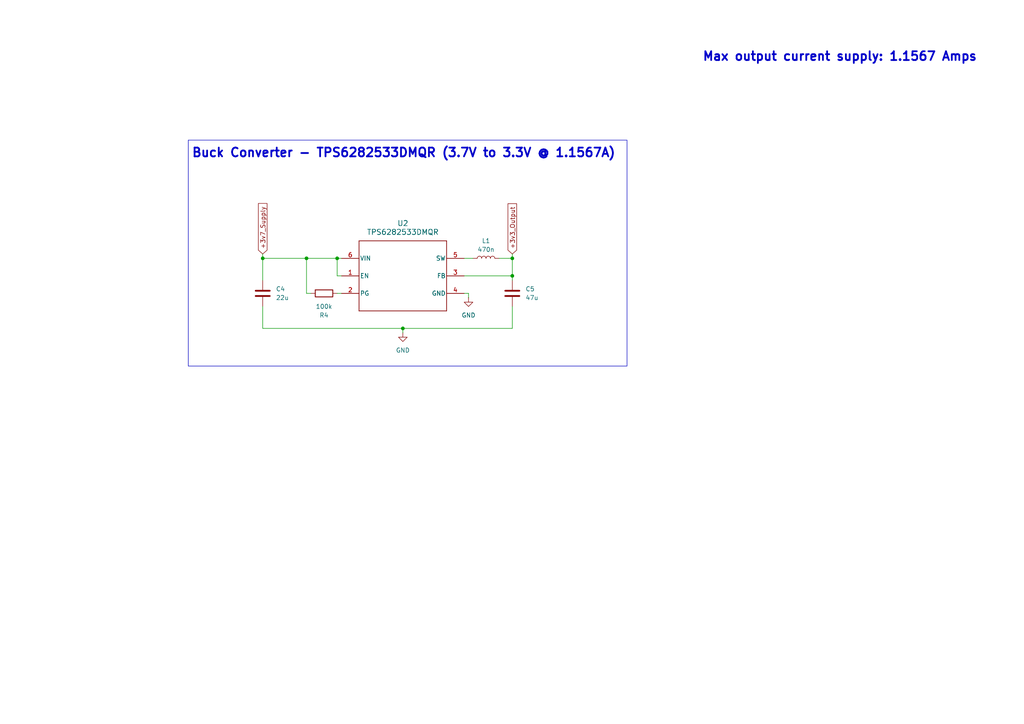
<source format=kicad_sch>
(kicad_sch (version 20231120) (generator "eeschema") (generator_version "8.0")
  (paper "A4")
  (lib_symbols
    (symbol "Device:C" (pin_numbers hide) (pin_names (offset 0.254))
      (property "Reference" "C" (at 0.635 2.54 0))
      (property "Value" "C" (at 0.635 -2.54 0))
      (symbol "C_0_1"
        (polyline (pts (xy -2.032 -0.762) (xy 2.032 -0.762)) (stroke (width 0.508)))
        (polyline (pts (xy -2.032 0.762) (xy 2.032 0.762)) (stroke (width 0.508)))
      )
      (symbol "C_1_1"
        (pin passive line (at 0 3.81 270) (length 2.794) (name "~") (number "1"))
        (pin passive line (at 0 -3.81 90) (length 2.794) (name "~") (number "2"))
      )
    )
    (symbol "Device:L" (pin_numbers hide) (pin_names (offset 1.016) hide)
      (property "Reference" "L" (at -1.27 0 90))
      (property "Value" "L" (at 1.905 0 90))
      (symbol "L_0_1"
        (arc (start 0 -2.54) (mid 0.6323 -1.905) (end 0 -1.27))
        (arc (start 0 -1.27) (mid 0.6323 -0.635) (end 0 0))
        (arc (start 0 0) (mid 0.6323 0.635) (end 0 1.27))
        (arc (start 0 1.27) (mid 0.6323 1.905) (end 0 2.54))
      )
      (symbol "L_1_1"
        (pin passive line (at 0 3.81 270) (length 1.27) (name "1") (number "1"))
        (pin passive line (at 0 -3.81 90) (length 1.27) (name "2") (number "2"))
      )
    )
    (symbol "Device:R" (pin_numbers hide) (pin_names (offset 0))
      (property "Reference" "R" (at 2.032 0 90))
      (property "Value" "R" (at 0 0 90))
      (symbol "R_0_1"
        (rectangle (start -1.016 -2.54) (end 1.016 2.54) (stroke (width 0.254)))
      )
      (symbol "R_1_1"
        (pin passive line (at 0 3.81 270) (length 1.27) (name "~") (number "1"))
        (pin passive line (at 0 -3.81 90) (length 1.27) (name "~") (number "2"))
      )
    )
    (symbol "capstone:TPS6282533DMQR" (pin_names (offset 0.254))
      (property "Reference" "U" (at 0 14.986 0))
      (property "Value" "TPS6282533DMQR" (at 0.508 11.43 0))
      (symbol "TPS6282533DMQR_0_1"
        (polyline (pts (xy -12.7 -10.16) (xy 12.7 -10.16)) (stroke (width 0.2032)))
        (polyline (pts (xy -12.7 10.16) (xy -12.7 -10.16)) (stroke (width 0.2032)))
        (polyline (pts (xy 12.7 -10.16) (xy 12.7 10.16)) (stroke (width 0.2032)))
        (polyline (pts (xy 12.7 10.16) (xy -12.7 10.16)) (stroke (width 0.2032)))
        (pin input line (at -17.78 0 0) (length 5.08) (name "EN") (number "1"))
        (pin open_collector line (at -17.78 -5.08 0) (length 5.08) (name "PG") (number "2"))
        (pin input line (at 17.78 0 180) (length 5.08) (name "FB") (number "3"))
        (pin power_in line (at 17.78 -5.08 180) (length 5.08) (name "GND") (number "4"))
        (pin power_in line (at 17.78 5.08 180) (length 5.08) (name "SW") (number "5"))
        (pin power_in line (at -17.78 5.08 0) (length 5.08) (name "VIN") (number "6"))
      )
    )
    (symbol "power:GND" (power) (pin_numbers hide) (pin_names (offset 0) hide)
      (property "Value" "GND" (at 0 -3.81 0))
      (symbol "GND_0_1"
        (polyline (pts (xy 0 0) (xy 0 -1.27) (xy 1.27 -1.27) (xy 0 -2.54) (xy -1.27 -1.27) (xy 0 -1.27)))
      )
      (symbol "GND_1_1"
        (pin power_in line (at 0 0 270) (length 0) (name "~") (number "1"))
      )
    )
  )
  (junction (at 148.59 74.93))
  (junction (at 76.2 74.93))
  (junction (at 88.9 74.93))
  (junction (at 116.84 95.25))
  (junction (at 97.79 74.93))
  (junction (at 148.59 80.01))
  (wire (pts (xy 76.2 88.9) (xy 76.2 95.25)))
  (wire (pts (xy 97.79 74.93) (xy 97.79 80.01)))
  (wire (pts (xy 76.2 74.93) (xy 88.9 74.93)))
  (wire (pts (xy 116.84 95.25) (xy 148.59 95.25)))
  (wire (pts (xy 134.62 80.01) (xy 148.59 80.01)))
  (wire (pts (xy 148.59 80.01) (xy 148.59 81.28)))
  (wire (pts (xy 148.59 95.25) (xy 148.59 88.9)))
  (wire (pts (xy 97.79 80.01) (xy 99.06 80.01)))
  (wire (pts (xy 76.2 95.25) (xy 116.84 95.25)))
  (wire (pts (xy 116.84 95.25) (xy 116.84 96.52)))
  (wire (pts (xy 148.59 74.93) (xy 144.78 74.93)))
  (wire (pts (xy 97.79 74.93) (xy 99.06 74.93)))
  (wire (pts (xy 97.79 85.09) (xy 99.06 85.09)))
  (wire (pts (xy 88.9 74.93) (xy 88.9 85.09)))
  (wire (pts (xy 76.2 73.66) (xy 76.2 74.93)))
  (wire (pts (xy 134.62 85.09) (xy 135.89 85.09)))
  (wire (pts (xy 76.2 74.93) (xy 76.2 81.28)))
  (wire (pts (xy 148.59 73.66) (xy 148.59 74.93)))
  (wire (pts (xy 148.59 74.93) (xy 148.59 80.01)))
  (wire (pts (xy 88.9 74.93) (xy 97.79 74.93)))
  (wire (pts (xy 135.89 85.09) (xy 135.89 86.36)))
  (wire (pts (xy 88.9 85.09) (xy 90.17 85.09)))
  (wire (pts (xy 134.62 74.93) (xy 137.16 74.93)))
  (rectangle (start 54.61 40.64) (end 181.864 106.172))
  (text "Buck Converter - TPS6282533DMQR (3.7V to 3.3V @ 1.1567A)" (at 117.094 44.45 0) (effects (font (size 2.54 2.54) (thickness 0.508) (bold yes))))
  (text "Max output current supply: 1.1567 Amps\n" (at 243.586 16.51 0) (effects (font (size 2.54 2.54) (thickness 0.508) (bold yes))))
  (global_label "+3v7_Supply" (shape input) (at 76.2 73.66 90) (property "Intersheetrefs" "${INTERSHEET_REFS}" (effects (hide yes))))
  (global_label "+3v3_Output" (shape input) (at 148.59 73.66 90) (property "Intersheetrefs" "${INTERSHEET_REFS}" (effects (hide yes))))
  (symbol (lib_id "Device:R") (at 93.98 85.09 90) (mirror x) (unit 1)
    (property "Reference" "R4" (at 93.98 91.44 90))
    (property "Value" "100k" (at 93.98 88.9 90))
    (property "Footprint" "capstone_footprint:RC0402N_YAG-L" (effects (hide yes)))
    (property "Datasheet" "https://www.yageo.com/upload/media/product/products/datasheet/rchip/PYu-RC_Group_51_RoHS_L_12.pdf" (effects (hide yes)))
    (property "Description" "Resistor" (effects (hide yes)))
  )
  (symbol (lib_id "capstone:TPS6282533DMQR") (at 116.84 80.01 0) (unit 1)
    (property "Reference" "U2" (at 116.84 64.77 0) (effects (font (size 1.524 1.524))))
    (property "Value" "TPS6282533DMQR" (at 116.84 67.31 0) (effects (font (size 1.524 1.524))))
    (property "Footprint" "capstone_footprint:DMQ0006A" (effects (hide yes)))
    (property "Datasheet" "https://www.ti.com/lit/ds/symlink/tps62825.pdf" (effects (hide yes)))
  )
  (symbol (lib_id "power:GND") (at 116.84 96.52 0) (unit 1)
    (property "Reference" "#PWR03" (effects (hide yes)))
    (property "Value" "GND" (at 116.84 101.6 0))
    (property "Description" "Power symbol creates a global label with name \"GND\" , ground" (effects (hide yes)))
  )
  (symbol (lib_id "Device:C") (at 148.59 85.09 0) (unit 1)
    (property "Reference" "C5" (at 152.4 83.8199 0) (effects (justify left)))
    (property "Value" "47u" (at 152.4 86.3599 0) (effects (justify left)))
    (property "Footprint" "capstone_footprint:G-31_MUR-L" (effects (hide yes)))
    (property "Datasheet" "https://search.murata.co.jp/Ceramy/image/img/A01X/G101/ENG/GRM31CR61A476ME15-01.pdf" (effects (hide yes)))
    (property "Description" "Unpolarized capacitor" (effects (hide yes)))
  )
  (symbol (lib_id "Device:L") (at 140.97 74.93 90) (unit 1)
    (property "Reference" "L1" (at 140.97 69.85 90))
    (property "Value" "470n" (at 140.97 72.39 90))
    (property "Footprint" "capstone_footprint:IND_R47M-L" (effects (hide yes)))
    (property "Datasheet" "https://www.bourns.com/docs/Product-Datasheets/SRN2009T.pdf" (effects (hide yes)))
    (property "Description" "Inductor" (effects (hide yes)))
  )
  (symbol (lib_id "power:GND") (at 135.89 86.36 0) (unit 1)
    (property "Reference" "#PWR01" (effects (hide yes)))
    (property "Value" "GND" (at 135.89 91.44 0))
    (property "Description" "Power symbol creates a global label with name \"GND\" , ground" (effects (hide yes)))
  )
  (symbol (lib_id "Device:C") (at 76.2 85.09 0) (unit 1)
    (property "Reference" "C4" (at 80.01 83.8199 0) (effects (justify left)))
    (property "Value" "22u" (at 80.01 86.3599 0) (effects (justify left)))
    (property "Footprint" "capstone_footprint:G-188_MUR-L" (effects (hide yes)))
    (property "Datasheet" "https://search.murata.co.jp/Ceramy/image/img/A01X/G101/ENG/GRM188R60G226MEA0-01.pdf" (effects (hide yes)))
    (property "Description" "Unpolarized capacitor" (effects (hide yes)))
  )
)
</source>
